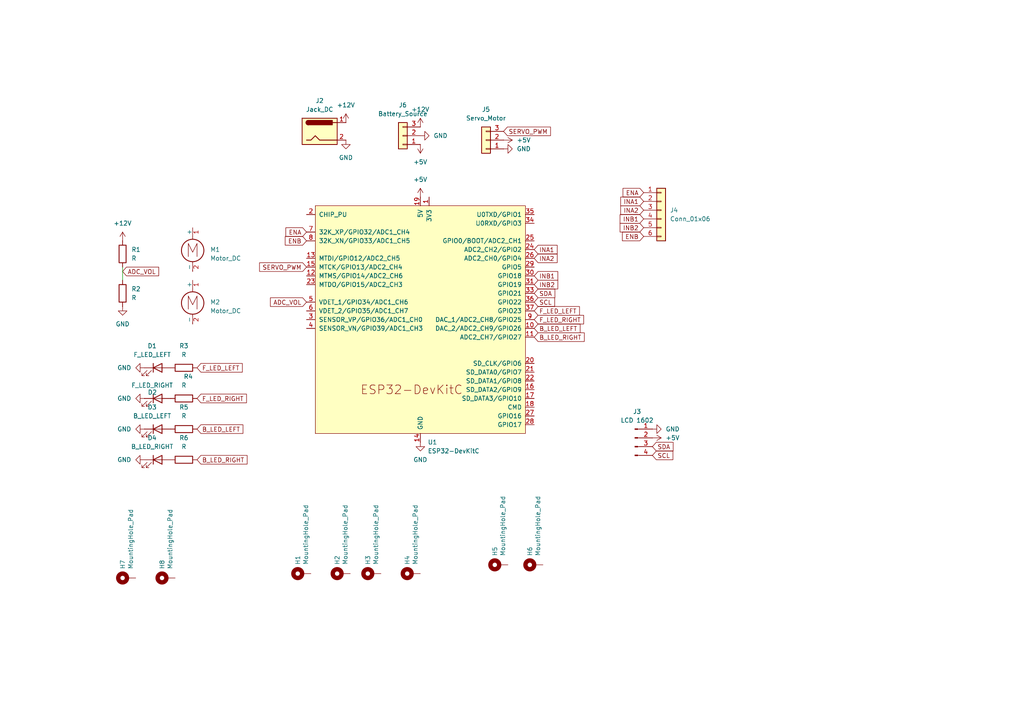
<source format=kicad_sch>
(kicad_sch (version 20250114) (generator "eeschema") (generator_version "9.0")
  (paper "A4")
  (lib_symbols
    (symbol "Connector:Barrel_Jack" (pin_names (offset 1.016))
      (property "Reference" "J" (at 0 5.334 0))
      (property "Value" "Barrel_Jack" (at 0 -5.08 0))
      (symbol "Barrel_Jack_0_1"
        (rectangle (start -5.08 3.81) (end 5.08 -3.81) (stroke (width 0.254)) (fill (type background)))
        (polyline (pts (xy -3.81 -2.54) (xy -2.54 -2.54) (xy -1.27 -1.27) (xy 0 -2.54) (xy 2.54 -2.54) (xy 5.08 -2.54)) (stroke (width 0.254)))
        (arc (start -3.302 1.905) (mid -3.9343 2.54) (end -3.302 3.175) (stroke (width 0.254)))
        (arc (start -3.302 1.905) (mid -3.9343 2.54) (end -3.302 3.175) (stroke (width 0.254)) (fill (type outline)))
        (rectangle (start 3.683 3.175) (end -3.302 1.905) (stroke (width 0.254)) (fill (type outline)))
        (polyline (pts (xy 5.08 2.54) (xy 3.81 2.54)) (stroke (width 0.254)))
      )
      (symbol "Barrel_Jack_1_1"
        (pin passive line (at 7.62 2.54 180) (length 2.54) (name "~") (number "1"))
        (pin passive line (at 7.62 -2.54 180) (length 2.54) (name "~") (number "2"))
      )
    )
    (symbol "Connector:Conn_01x04_Pin" (pin_names (offset 1.016) (hide yes))
      (property "Reference" "J" (at 0 5.08 0))
      (property "Value" "Conn_01x04_Pin" (at 0 -7.62 0))
      (symbol "Conn_01x04_Pin_1_1"
        (rectangle (start 0.8636 2.667) (end 0 2.413) (stroke (width 0.1524)) (fill (type outline)))
        (rectangle (start 0.8636 0.127) (end 0 -0.127) (stroke (width 0.1524)) (fill (type outline)))
        (rectangle (start 0.8636 -2.413) (end 0 -2.667) (stroke (width 0.1524)) (fill (type outline)))
        (rectangle (start 0.8636 -4.953) (end 0 -5.207) (stroke (width 0.1524)) (fill (type outline)))
        (polyline (pts (xy 1.27 2.54) (xy 0.8636 2.54)) (stroke (width 0.1524)))
        (polyline (pts (xy 1.27 0) (xy 0.8636 0)) (stroke (width 0.1524)))
        (polyline (pts (xy 1.27 -2.54) (xy 0.8636 -2.54)) (stroke (width 0.1524)))
        (polyline (pts (xy 1.27 -5.08) (xy 0.8636 -5.08)) (stroke (width 0.1524)))
        (pin passive line (at 5.08 2.54 180) (length 3.81) (name "Pin_1") (number "1"))
        (pin passive line (at 5.08 0 180) (length 3.81) (name "Pin_2") (number "2"))
        (pin passive line (at 5.08 -2.54 180) (length 3.81) (name "Pin_3") (number "3"))
        (pin passive line (at 5.08 -5.08 180) (length 3.81) (name "Pin_4") (number "4"))
      )
    )
    (symbol "Connector_Generic:Conn_01x03" (pin_names (offset 1.016) (hide yes))
      (property "Reference" "J" (at 0 5.08 0))
      (property "Value" "Conn_01x03" (at 0 -5.08 0))
      (symbol "Conn_01x03_1_1"
        (rectangle (start -1.27 3.81) (end 1.27 -3.81) (stroke (width 0.254)) (fill (type background)))
        (rectangle (start -1.27 2.667) (end 0 2.413) (stroke (width 0.1524)))
        (rectangle (start -1.27 0.127) (end 0 -0.127) (stroke (width 0.1524)))
        (rectangle (start -1.27 -2.413) (end 0 -2.667) (stroke (width 0.1524)))
        (pin passive line (at -5.08 2.54 0) (length 3.81) (name "Pin_1") (number "1"))
        (pin passive line (at -5.08 0 0) (length 3.81) (name "Pin_2") (number "2"))
        (pin passive line (at -5.08 -2.54 0) (length 3.81) (name "Pin_3") (number "3"))
      )
    )
    (symbol "Connector_Generic:Conn_01x06" (pin_names (offset 1.016) (hide yes))
      (property "Reference" "J" (at 0 7.62 0))
      (property "Value" "Conn_01x06" (at 0 -10.16 0))
      (symbol "Conn_01x06_1_1"
        (rectangle (start -1.27 6.35) (end 1.27 -8.89) (stroke (width 0.254)) (fill (type background)))
        (rectangle (start -1.27 5.207) (end 0 4.953) (stroke (width 0.1524)))
        (rectangle (start -1.27 2.667) (end 0 2.413) (stroke (width 0.1524)))
        (rectangle (start -1.27 0.127) (end 0 -0.127) (stroke (width 0.1524)))
        (rectangle (start -1.27 -2.413) (end 0 -2.667) (stroke (width 0.1524)))
        (rectangle (start -1.27 -4.953) (end 0 -5.207) (stroke (width 0.1524)))
        (rectangle (start -1.27 -7.493) (end 0 -7.747) (stroke (width 0.1524)))
        (pin passive line (at -5.08 5.08 0) (length 3.81) (name "Pin_1") (number "1"))
        (pin passive line (at -5.08 2.54 0) (length 3.81) (name "Pin_2") (number "2"))
        (pin passive line (at -5.08 0 0) (length 3.81) (name "Pin_3") (number "3"))
        (pin passive line (at -5.08 -2.54 0) (length 3.81) (name "Pin_4") (number "4"))
        (pin passive line (at -5.08 -5.08 0) (length 3.81) (name "Pin_5") (number "5"))
        (pin passive line (at -5.08 -7.62 0) (length 3.81) (name "Pin_6") (number "6"))
      )
    )
    (symbol "Device:LED" (pin_numbers (hide yes)) (pin_names (offset 1.016) (hide yes))
      (property "Reference" "D" (at 0 2.54 0))
      (property "Value" "LED" (at 0 -2.54 0))
      (symbol "LED_0_1"
        (polyline (pts (xy -3.048 -0.762) (xy -4.572 -2.286) (xy -3.81 -2.286) (xy -4.572 -2.286) (xy -4.572 -1.524)))
        (polyline (pts (xy -1.778 -0.762) (xy -3.302 -2.286) (xy -2.54 -2.286) (xy -3.302 -2.286) (xy -3.302 -1.524)))
        (polyline (pts (xy -1.27 0) (xy 1.27 0)))
        (polyline (pts (xy -1.27 -1.27) (xy -1.27 1.27)) (stroke (width 0.254)))
        (polyline (pts (xy 1.27 -1.27) (xy 1.27 1.27) (xy -1.27 0) (xy 1.27 -1.27)) (stroke (width 0.254)))
      )
      (symbol "LED_1_1"
        (pin passive line (at -3.81 0 0) (length 2.54) (name "K") (number "1"))
        (pin passive line (at 3.81 0 180) (length 2.54) (name "A") (number "2"))
      )
    )
    (symbol "Device:R" (pin_numbers (hide yes)) (pin_names (offset 0))
      (property "Reference" "R" (at 2.032 0 90))
      (property "Value" "R" (at 0 0 90))
      (symbol "R_0_1"
        (rectangle (start -1.016 -2.54) (end 1.016 2.54) (stroke (width 0.254)))
      )
      (symbol "R_1_1"
        (pin passive line (at 0 3.81 270) (length 1.27) (name "~") (number "1"))
        (pin passive line (at 0 -3.81 90) (length 1.27) (name "~") (number "2"))
      )
    )
    (symbol "ESP32:ESP32-DevKitC" (pin_names (offset 1.016))
      (property "Reference" "U" (at -30.48 38.1 0))
      (property "Value" "ESP32-DevKitC" (at -30.48 35.56 0))
      (symbol "ESP32-DevKitC_0_0"
        (text "ESP32-DevKitC" (at -2.54 -20.32 0) (effects (font (size 2.54 2.54))))
        (pin power_in line (at 0 35.56 270) (length 2.54) (name "5V") (number "19"))
        (pin power_in line (at 0 -35.56 90) (length 2.54) (name "GND") (number "14"))
      )
      (symbol "ESP32-DevKitC_0_1"
        (rectangle (start -30.48 33.02) (end 30.48 -33.02) (fill (type background)))
      )
      (symbol "ESP32-DevKitC_1_1"
        (pin input line (at -33.02 30.48 0) (length 2.54) (name "CHIP_PU") (number "2"))
        (pin bidirectional line (at -33.02 25.4 0) (length 2.54) (name "32K_XP/GPIO32/ADC1_CH4") (number "7"))
        (pin bidirectional line (at -33.02 22.86 0) (length 2.54) (name "32K_XN/GPIO33/ADC1_CH5") (number "8"))
        (pin bidirectional line (at -33.02 17.78 0) (length 2.54) (name "MTDI/GPIO12/ADC2_CH5") (number "13"))
        (pin bidirectional line (at -33.02 15.24 0) (length 2.54) (name "MTCK/GPIO13/ADC2_CH4") (number "15"))
        (pin bidirectional line (at -33.02 12.7 0) (length 2.54) (name "MTMS/GPIO14/ADC2_CH6") (number "12"))
        (pin bidirectional line (at -33.02 10.16 0) (length 2.54) (name "MTDO/GPIO15/ADC2_CH3") (number "23"))
        (pin input line (at -33.02 5.08 0) (length 2.54) (name "VDET_1/GPIO34/ADC1_CH6") (number "5"))
        (pin input line (at -33.02 2.54 0) (length 2.54) (name "VDET_2/GPIO35/ADC1_CH7") (number "6"))
        (pin input line (at -33.02 0 0) (length 2.54) (name "SENSOR_VP/GPIO36/ADC1_CH0") (number "3"))
        (pin input line (at -33.02 -2.54 0) (length 2.54) (name "SENSOR_VN/GPIO39/ADC1_CH3") (number "4"))
        (pin passive line (at 0 -35.56 90) (length 2.54) (hide yes) (name "GND") (number "32"))
        (pin passive line (at 0 -35.56 90) (length 2.54) (hide yes) (name "GND") (number "38"))
        (pin power_in line (at 2.54 35.56 270) (length 2.54) (name "3V3") (number "1"))
        (pin bidirectional line (at 33.02 30.48 180) (length 2.54) (name "U0TXD/GPIO1") (number "35"))
        (pin bidirectional line (at 33.02 27.94 180) (length 2.54) (name "U0RXD/GPIO3") (number "34"))
        (pin bidirectional line (at 33.02 22.86 180) (length 2.54) (name "GPIO0/BOOT/ADC2_CH1") (number "25"))
        (pin bidirectional line (at 33.02 20.32 180) (length 2.54) (name "ADC2_CH2/GPIO2") (number "24"))
        (pin bidirectional line (at 33.02 17.78 180) (length 2.54) (name "ADC2_CH0/GPIO4") (number "26"))
        (pin bidirectional line (at 33.02 15.24 180) (length 2.54) (name "GPIO5") (number "29"))
        (pin bidirectional line (at 33.02 12.7 180) (length 2.54) (name "GPIO18") (number "30"))
        (pin bidirectional line (at 33.02 10.16 180) (length 2.54) (name "GPIO19") (number "31"))
        (pin bidirectional line (at 33.02 7.62 180) (length 2.54) (name "GPIO21") (number "33"))
        (pin bidirectional line (at 33.02 5.08 180) (length 2.54) (name "GPIO22") (number "36"))
        (pin bidirectional line (at 33.02 2.54 180) (length 2.54) (name "GPIO23") (number "37"))
        (pin bidirectional line (at 33.02 0 180) (length 2.54) (name "DAC_1/ADC2_CH8/GPIO25") (number "9"))
        (pin bidirectional line (at 33.02 -2.54 180) (length 2.54) (name "DAC_2/ADC2_CH9/GPIO26") (number "10"))
        (pin bidirectional line (at 33.02 -5.08 180) (length 2.54) (name "ADC2_CH7/GPIO27") (number "11"))
        (pin bidirectional line (at 33.02 -12.7 180) (length 2.54) (name "SD_CLK/GPIO6") (number "20"))
        (pin bidirectional line (at 33.02 -15.24 180) (length 2.54) (name "SD_DATA0/GPIO7") (number "21"))
        (pin bidirectional line (at 33.02 -17.78 180) (length 2.54) (name "SD_DATA1/GPIO8") (number "22"))
        (pin bidirectional line (at 33.02 -20.32 180) (length 2.54) (name "SD_DATA2/GPIO9") (number "16"))
        (pin bidirectional line (at 33.02 -22.86 180) (length 2.54) (name "SD_DATA3/GPIO10") (number "17"))
        (pin bidirectional line (at 33.02 -25.4 180) (length 2.54) (name "CMD") (number "18"))
        (pin bidirectional line (at 33.02 -27.94 180) (length 2.54) (name "GPIO16") (number "27"))
        (pin bidirectional line (at 33.02 -30.48 180) (length 2.54) (name "GPIO17") (number "28"))
      )
    )
    (symbol "Mechanical:MountingHole_Pad" (pin_numbers (hide yes)) (pin_names (offset 1.016) (hide yes))
      (property "Reference" "H" (at 0 6.35 0))
      (property "Value" "MountingHole_Pad" (at 0 4.445 0))
      (symbol "MountingHole_Pad_0_1"
        (circle (center 0 1.27) (radius 1.27) (stroke (width 1.27)))
      )
      (symbol "MountingHole_Pad_1_1"
        (pin input line (at 0 -2.54 90) (length 2.54) (name "1") (number "1"))
      )
    )
    (symbol "Motor:Motor_DC" (pin_names (offset 0))
      (property "Reference" "M" (at 2.54 2.54 0))
      (property "Value" "Motor_DC" (at 2.54 -5.08 0))
      (symbol "Motor_DC_0_0"
        (polyline (pts (xy -1.27 -3.302) (xy -1.27 0.508) (xy 0 -2.032) (xy 1.27 0.508) (xy 1.27 -3.302)))
      )
      (symbol "Motor_DC_0_1"
        (polyline (pts (xy 0 2.032) (xy 0 2.54)))
        (polyline (pts (xy 0 1.7272) (xy 0 2.0828)))
        (circle (center 0 -1.524) (radius 3.2512) (stroke (width 0.254)))
        (polyline (pts (xy 0 -4.7752) (xy 0 -5.1816)))
        (polyline (pts (xy 0 -7.62) (xy 0 -7.112)))
      )
      (symbol "Motor_DC_1_1"
        (pin passive line (at 0 5.08 270) (length 2.54) (name "+") (number "1"))
        (pin passive line (at 0 -7.62 90) (length 2.54) (name "-") (number "2"))
      )
    )
    (symbol "power:+12V" (power) (pin_numbers (hide yes)) (pin_names (offset 0) (hide yes))
      (property "Value" "+12V" (at 0 3.556 0))
      (symbol "+12V_0_1"
        (polyline (pts (xy -0.762 1.27) (xy 0 2.54)))
        (polyline (pts (xy 0 2.54) (xy 0.762 1.27)))
        (polyline (pts (xy 0 0) (xy 0 2.54)))
      )
      (symbol "+12V_1_1"
        (pin power_in line (at 0 0 90) (length 0) (name "~") (number "1"))
      )
    )
    (symbol "power:+5V" (power) (pin_numbers (hide yes)) (pin_names (offset 0) (hide yes))
      (property "Value" "+5V" (at 0 3.556 0))
      (symbol "+5V_0_1"
        (polyline (pts (xy -0.762 1.27) (xy 0 2.54)))
        (polyline (pts (xy 0 2.54) (xy 0.762 1.27)))
        (polyline (pts (xy 0 0) (xy 0 2.54)))
      )
      (symbol "+5V_1_1"
        (pin power_in line (at 0 0 90) (length 0) (name "~") (number "1"))
      )
    )
    (symbol "power:GND" (power) (pin_numbers (hide yes)) (pin_names (offset 0) (hide yes))
      (property "Value" "GND" (at 0 -3.81 0))
      (symbol "GND_0_1"
        (polyline (pts (xy 0 0) (xy 0 -1.27) (xy 1.27 -1.27) (xy 0 -2.54) (xy -1.27 -1.27) (xy 0 -1.27)))
      )
      (symbol "GND_1_1"
        (pin power_in line (at 0 0 270) (length 0) (name "~") (number "1"))
      )
    )
  )
  (wire (pts (xy 35.56 77.47) (xy 35.56 81.28)))
  (global_label "B_LED_RIGHT" (shape input) (at 57.15 133.35 0) (property "Intersheetrefs" "${INTERSHEET_REFS}" (effects (hide yes))))
  (global_label "INB1" (shape input) (at 154.94 80.01 0) (property "Intersheetrefs" "${INTERSHEET_REFS}" (effects (hide yes))))
  (global_label "ENA" (shape input) (at 88.9 67.31 180) (property "Intersheetrefs" "${INTERSHEET_REFS}" (effects (hide yes))))
  (global_label "SCL" (shape input) (at 189.23 132.08 0) (property "Intersheetrefs" "${INTERSHEET_REFS}" (effects (hide yes))))
  (global_label "ENB" (shape input) (at 88.9 69.85 180) (property "Intersheetrefs" "${INTERSHEET_REFS}" (effects (hide yes))))
  (global_label "INA2" (shape input) (at 186.69 60.96 180) (property "Intersheetrefs" "${INTERSHEET_REFS}" (effects (hide yes))))
  (global_label "SDA" (shape input) (at 154.94 85.09 0) (property "Intersheetrefs" "${INTERSHEET_REFS}" (effects (hide yes))))
  (global_label "SDA" (shape input) (at 189.23 129.54 0) (property "Intersheetrefs" "${INTERSHEET_REFS}" (effects (hide yes))))
  (global_label "ADC_VOL" (shape input) (at 88.9 87.63 180) (property "Intersheetrefs" "${INTERSHEET_REFS}" (effects (hide yes))))
  (global_label "INB2" (shape input) (at 154.94 82.55 0) (property "Intersheetrefs" "${INTERSHEET_REFS}" (effects (hide yes))))
  (global_label "F_LED_LEFT" (shape input) (at 154.94 90.17 0) (property "Intersheetrefs" "${INTERSHEET_REFS}" (effects (hide yes))))
  (global_label "ENA" (shape input) (at 186.69 55.88 180) (property "Intersheetrefs" "${INTERSHEET_REFS}" (effects (hide yes))))
  (global_label "B_LED_RIGHT" (shape input) (at 154.94 97.79 0) (property "Intersheetrefs" "${INTERSHEET_REFS}" (effects (hide yes))))
  (global_label "SERVO_PWM" (shape input) (at 146.05 38.1 0) (property "Intersheetrefs" "${INTERSHEET_REFS}" (effects (hide yes))))
  (global_label "INB2" (shape input) (at 186.69 66.04 180) (property "Intersheetrefs" "${INTERSHEET_REFS}" (effects (hide yes))))
  (global_label "F_LED_LEFT" (shape input) (at 57.15 106.68 0) (property "Intersheetrefs" "${INTERSHEET_REFS}" (effects (hide yes))))
  (global_label "SCL" (shape input) (at 154.94 87.63 0) (property "Intersheetrefs" "${INTERSHEET_REFS}" (effects (hide yes))))
  (global_label "INA1" (shape input) (at 154.94 72.39 0) (property "Intersheetrefs" "${INTERSHEET_REFS}" (effects (hide yes))))
  (global_label "ADC_VOL" (shape input) (at 35.56 78.74 0) (property "Intersheetrefs" "${INTERSHEET_REFS}" (effects (hide yes))))
  (global_label "INB1" (shape input) (at 186.69 63.5 180) (property "Intersheetrefs" "${INTERSHEET_REFS}" (effects (hide yes))))
  (global_label "F_LED_RIGHT" (shape input) (at 57.15 115.57 0) (property "Intersheetrefs" "${INTERSHEET_REFS}" (effects (hide yes))))
  (global_label "INA1" (shape input) (at 186.69 58.42 180) (property "Intersheetrefs" "${INTERSHEET_REFS}" (effects (hide yes))))
  (global_label "SERVO_PWM" (shape input) (at 88.9 77.47 180) (property "Intersheetrefs" "${INTERSHEET_REFS}" (effects (hide yes))))
  (global_label "INA2" (shape input) (at 154.94 74.93 0) (property "Intersheetrefs" "${INTERSHEET_REFS}" (effects (hide yes))))
  (global_label "B_LED_LEFT" (shape input) (at 154.94 95.25 0) (property "Intersheetrefs" "${INTERSHEET_REFS}" (effects (hide yes))))
  (global_label "ENB" (shape input) (at 186.69 68.58 180) (property "Intersheetrefs" "${INTERSHEET_REFS}" (effects (hide yes))))
  (global_label "B_LED_LEFT" (shape input) (at 57.15 124.46 0) (property "Intersheetrefs" "${INTERSHEET_REFS}" (effects (hide yes))))
  (global_label "F_LED_RIGHT" (shape input) (at 154.94 92.71 0) (property "Intersheetrefs" "${INTERSHEET_REFS}" (effects (hide yes))))
  (symbol (lib_id "Mechanical:MountingHole_Pad") (at 87.63 166.37 90) (unit 1) (in_bom no)
    (property "Reference" "H1" (at 86.3854 163.83 0) (effects (justify left)))
    (property "Value" "MountingHole_Pad" (at 88.6968 163.83 0) (effects (justify left)))
    (property "Footprint" "MountingHole:MountingHole_3mm_Pad" (effects (hide yes)))
  )
  (symbol (lib_id "Mechanical:MountingHole_Pad") (at 99.06 166.37 90) (unit 1) (in_bom no)
    (property "Reference" "H2" (at 97.8154 163.83 0) (effects (justify left)))
    (property "Value" "MountingHole_Pad" (at 100.1268 163.83 0) (effects (justify left)))
    (property "Footprint" "MountingHole:MountingHole_3mm_Pad" (effects (hide yes)))
  )
  (symbol (lib_id "Mechanical:MountingHole_Pad") (at 107.95 166.37 90) (unit 1) (in_bom no)
    (property "Reference" "H3" (at 106.7054 163.83 0) (effects (justify left)))
    (property "Value" "MountingHole_Pad" (at 109.0168 163.83 0) (effects (justify left)))
    (property "Footprint" "MountingHole:MountingHole_3mm_Pad" (effects (hide yes)))
  )
  (symbol (lib_id "Mechanical:MountingHole_Pad") (at 119.38 166.37 90) (unit 1) (in_bom no)
    (property "Reference" "H4" (at 118.1354 163.83 0) (effects (justify left)))
    (property "Value" "MountingHole_Pad" (at 120.4468 163.83 0) (effects (justify left)))
    (property "Footprint" "MountingHole:MountingHole_3mm_Pad" (effects (hide yes)))
  )
  (symbol (lib_id "Connector_Generic:Conn_01x03") (at 140.97 40.64 180) (unit 1)
    (property "Reference" "J5" (at 140.97 31.75 0))
    (property "Value" "Servo_Motor" (at 140.97 34.29 0))
    (property "Footprint" "Connector_JST:JST_XH_B3B-XH-A_1x03_P2.50mm_Vertical" (effects (hide yes)))
    (property "Description" "Generic connector, single row, 01x03, script generated (kicad-library-utils/schlib/autogen/connector/)" (effects (hide yes)))
  )
  (symbol (lib_id "power:GND") (at 146.05 43.18 90) (unit 1)
    (property "Reference" "#PWR018" (effects (hide yes)))
    (property "Value" "GND" (at 149.86 43.1799 90) (effects (justify right)))
    (property "Description" "Power symbol creates a global label with name \"GND\" , ground" (effects (hide yes)))
  )
  (symbol (lib_id "power:GND") (at 35.56 88.9 0) (unit 1)
    (property "Reference" "#PWR09" (effects (hide yes)))
    (property "Value" "GND" (at 35.56 93.98 0))
    (property "Description" "Power symbol creates a global label with name \"GND\" , ground" (effects (hide yes)))
  )
  (symbol (lib_id "Device:LED") (at 45.72 124.46 0) (unit 1)
    (property "Reference" "D3" (at 44.1325 118.11 0))
    (property "Value" "B_LED_LEFT" (at 44.1325 120.65 0))
    (property "Footprint" "LED_THT:LED_D3.0mm_Horizontal_O1.27mm_Z2.0mm" (effects (hide yes)))
    (property "Description" "Light emitting diode" (effects (hide yes)))
    (property "Sim.Pins" "1=K 2=A" (effects (hide yes)))
  )
  (symbol (lib_id "power:GND") (at 41.91 133.35 270) (unit 1)
    (property "Reference" "#PWR015" (effects (hide yes)))
    (property "Value" "GND" (at 38.1 133.3499 90) (effects (justify right)))
    (property "Description" "Power symbol creates a global label with name \"GND\" , ground" (effects (hide yes)))
  )
  (symbol (lib_id "Device:LED") (at 45.72 115.57 0) (unit 1)
    (property "Reference" "D2" (at 44.196 113.792 0))
    (property "Value" "F_LED_RIGHT" (at 44.1325 111.76 0))
    (property "Footprint" "LED_THT:LED_D3.0mm_Horizontal_O1.27mm_Z2.0mm" (effects (hide yes)))
    (property "Description" "Light emitting diode" (effects (hide yes)))
    (property "Sim.Pins" "1=K 2=A" (effects (hide yes)))
  )
  (symbol (lib_id "Device:LED") (at 45.72 106.68 0) (unit 1)
    (property "Reference" "D1" (at 44.1325 100.33 0))
    (property "Value" "F_LED_LEFT" (at 44.1325 102.87 0))
    (property "Footprint" "LED_THT:LED_D3.0mm_Horizontal_O1.27mm_Z2.0mm" (effects (hide yes)))
    (property "Description" "Light emitting diode" (effects (hide yes)))
    (property "Sim.Pins" "1=K 2=A" (effects (hide yes)))
  )
  (symbol (lib_id "power:+5V") (at 121.92 41.91 180) (unit 1)
    (property "Reference" "#PWR05" (effects (hide yes)))
    (property "Value" "+5V" (at 121.92 46.99 0))
    (property "Description" "Power symbol creates a global label with name \"+5V\"" (effects (hide yes)))
  )
  (symbol (lib_id "power:+5V") (at 146.05 40.64 270) (unit 1)
    (property "Reference" "#PWR019" (effects (hide yes)))
    (property "Value" "+5V" (at 149.86 40.6399 90) (effects (justify left)))
    (property "Description" "Power symbol creates a global label with name \"+5V\"" (effects (hide yes)))
  )
  (symbol (lib_id "power:GND") (at 41.91 115.57 270) (unit 1)
    (property "Reference" "#PWR013" (effects (hide yes)))
    (property "Value" "GND" (at 38.1 115.5699 90) (effects (justify right)))
    (property "Description" "Power symbol creates a global label with name \"GND\" , ground" (effects (hide yes)))
  )
  (symbol (lib_id "Mechanical:MountingHole_Pad") (at 48.26 167.64 90) (unit 1) (in_bom no)
    (property "Reference" "H8" (at 47.0154 165.1 0) (effects (justify left)))
    (property "Value" "MountingHole_Pad" (at 49.3268 165.1 0) (effects (justify left)))
    (property "Footprint" "MountingHole:MountingHole_4.3mm_M4_ISO7380_Pad" (effects (hide yes)))
  )
  (symbol (lib_id "Device:R") (at 35.56 85.09 0) (unit 1)
    (property "Reference" "R2" (at 38.1 83.8199 0) (effects (justify left)))
    (property "Value" "R" (at 38.1 86.3599 0) (effects (justify left)))
    (property "Footprint" "Resistor_SMD:R_0805_2012Metric" (effects (hide yes)))
    (property "Description" "Resistor" (effects (hide yes)))
  )
  (symbol (lib_id "power:+5V") (at 189.23 127 270) (unit 1)
    (property "Reference" "#PWR010" (effects (hide yes)))
    (property "Value" "+5V" (at 193.04 126.9999 90) (effects (justify left)))
    (property "Description" "Power symbol creates a global label with name \"+5V\"" (effects (hide yes)))
  )
  (symbol (lib_id "Connector_Generic:Conn_01x06") (at 191.77 60.96 0) (unit 1)
    (property "Reference" "J4" (at 194.31 60.9599 0) (effects (justify left)))
    (property "Value" "Conn_01x06" (at 194.31 63.4999 0) (effects (justify left)))
    (property "Footprint" "Connector_JST:JST_XH_B6B-XH-A_1x06_P2.50mm_Vertical" (effects (hide yes)))
    (property "Description" "Generic connector, single row, 01x06, script generated (kicad-library-utils/schlib/autogen/connector/)" (effects (hide yes)))
  )
  (symbol (lib_id "power:+5V") (at 121.92 57.15 0) (unit 1)
    (property "Reference" "#PWR06" (effects (hide yes)))
    (property "Value" "+5V" (at 121.92 52.07 0))
    (property "Description" "Power symbol creates a global label with name \"+5V\"" (effects (hide yes)))
  )
  (symbol (lib_id "Device:R") (at 53.34 124.46 90) (unit 1)
    (property "Reference" "R5" (at 53.34 118.11 90))
    (property "Value" "R" (at 53.34 120.65 90))
    (property "Footprint" "Resistor_SMD:R_0805_2012Metric" (effects (hide yes)))
    (property "Description" "Resistor" (effects (hide yes)))
  )
  (symbol (lib_id "power:GND") (at 121.92 39.37 90) (unit 1)
    (property "Reference" "#PWR04" (effects (hide yes)))
    (property "Value" "GND" (at 125.73 39.3699 90) (effects (justify right)))
    (property "Description" "Power symbol creates a global label with name \"GND\" , ground" (effects (hide yes)))
  )
  (symbol (lib_id "Device:R") (at 35.56 73.66 0) (unit 1)
    (property "Reference" "R1" (at 38.1 72.3899 0) (effects (justify left)))
    (property "Value" "R" (at 38.1 74.9299 0) (effects (justify left)))
    (property "Footprint" "Resistor_SMD:R_0805_2012Metric" (effects (hide yes)))
    (property "Description" "Resistor" (effects (hide yes)))
  )
  (symbol (lib_id "power:GND") (at 121.92 128.27 0) (unit 1)
    (property "Reference" "#PWR07" (effects (hide yes)))
    (property "Value" "GND" (at 121.92 133.35 0))
    (property "Description" "Power symbol creates a global label with name \"GND\" , ground" (effects (hide yes)))
  )
  (symbol (lib_id "power:GND") (at 189.23 124.46 90) (unit 1)
    (property "Reference" "#PWR011" (effects (hide yes)))
    (property "Value" "GND" (at 193.04 124.4599 90) (effects (justify right)))
    (property "Description" "Power symbol creates a global label with name \"GND\" , ground" (effects (hide yes)))
  )
  (symbol (lib_id "power:+12V") (at 100.33 35.56 0) (unit 1)
    (property "Reference" "#PWR02" (effects (hide yes)))
    (property "Value" "+12V" (at 100.33 30.48 0))
    (property "Description" "Power symbol creates a global label with name \"+12V\"" (effects (hide yes)))
  )
  (symbol (lib_id "power:GND") (at 41.91 106.68 270) (unit 1)
    (property "Reference" "#PWR012" (effects (hide yes)))
    (property "Value" "GND" (at 38.1 106.6799 90) (effects (justify right)))
    (property "Description" "Power symbol creates a global label with name \"GND\" , ground" (effects (hide yes)))
  )
  (symbol (lib_id "power:+12V") (at 35.56 69.85 0) (unit 1)
    (property "Reference" "#PWR08" (effects (hide yes)))
    (property "Value" "+12V" (at 35.56 64.77 0))
    (property "Description" "Power symbol creates a global label with name \"+12V\"" (effects (hide yes)))
  )
  (symbol (lib_id "Device:LED") (at 45.72 133.35 0) (unit 1)
    (property "Reference" "D4" (at 44.1325 127 0))
    (property "Value" "B_LED_RIGHT" (at 44.1325 129.54 0))
    (property "Footprint" "LED_THT:LED_D3.0mm_Horizontal_O1.27mm_Z2.0mm" (effects (hide yes)))
    (property "Description" "Light emitting diode" (effects (hide yes)))
    (property "Sim.Pins" "1=K 2=A" (effects (hide yes)))
  )
  (symbol (lib_id "Mechanical:MountingHole_Pad") (at 36.83 167.64 90) (unit 1) (in_bom no)
    (property "Reference" "H7" (at 35.5854 165.1 0) (effects (justify left)))
    (property "Value" "MountingHole_Pad" (at 37.8968 165.1 0) (effects (justify left)))
    (property "Footprint" "MountingHole:MountingHole_4.3mm_M4_ISO7380_Pad" (effects (hide yes)))
  )
  (symbol (lib_id "Device:R") (at 53.34 115.57 90) (unit 1)
    (property "Reference" "R4" (at 54.61 109.22 90))
    (property "Value" "R" (at 53.34 111.76 90))
    (property "Footprint" "Resistor_SMD:R_0805_2012Metric" (effects (hide yes)))
    (property "Description" "Resistor" (effects (hide yes)))
  )
  (symbol (lib_id "power:+12V") (at 121.92 36.83 0) (unit 1)
    (property "Reference" "#PWR03" (effects (hide yes)))
    (property "Value" "+12V" (at 121.92 31.75 0))
    (property "Description" "Power symbol creates a global label with name \"+12V\"" (effects (hide yes)))
  )
  (symbol (lib_id "Connector:Barrel_Jack") (at 92.71 38.1 0) (unit 1)
    (property "Reference" "J2" (at 92.71 29.21 0))
    (property "Value" "Jack_DC" (at 92.71 31.75 0))
    (property "Footprint" "Connector_BarrelJack:BarrelJack_GCT_DCJ200-10-A_Horizontal" (effects (hide yes)))
    (property "Description" "DC Barrel Jack" (effects (hide yes)))
  )
  (symbol (lib_id "Motor:Motor_DC") (at 55.88 86.36 0) (unit 1)
    (property "Reference" "M2" (at 60.96 87.6299 0) (effects (justify left)))
    (property "Value" "Motor_DC" (at 60.96 90.1699 0) (effects (justify left)))
    (property "Description" "DC Motor" (effects (hide yes)))
  )
  (symbol (lib_id "Device:R") (at 53.34 133.35 90) (unit 1)
    (property "Reference" "R6" (at 53.34 127 90))
    (property "Value" "R" (at 53.34 129.54 90))
    (property "Footprint" "Resistor_SMD:R_0805_2012Metric" (effects (hide yes)))
    (property "Description" "Resistor" (effects (hide yes)))
  )
  (symbol (lib_id "Device:R") (at 53.34 106.68 90) (unit 1)
    (property "Reference" "R3" (at 53.34 100.33 90))
    (property "Value" "R" (at 53.34 102.87 90))
    (property "Footprint" "Resistor_SMD:R_0805_2012Metric" (effects (hide yes)))
    (property "Description" "Resistor" (effects (hide yes)))
  )
  (symbol (lib_id "power:GND") (at 100.33 40.64 0) (unit 1)
    (property "Reference" "#PWR01" (effects (hide yes)))
    (property "Value" "GND" (at 100.33 45.72 0))
    (property "Description" "Power symbol creates a global label with name \"GND\" , ground" (effects (hide yes)))
  )
  (symbol (lib_id "Motor:Motor_DC") (at 55.88 71.12 0) (unit 1)
    (property "Reference" "M1" (at 60.96 72.3899 0) (effects (justify left)))
    (property "Value" "Motor_DC" (at 60.96 74.9299 0) (effects (justify left)))
    (property "Description" "DC Motor" (effects (hide yes)))
  )
  (symbol (lib_id "ESP32:ESP32-DevKitC") (at 121.92 92.71 0) (unit 1)
    (property "Reference" "U1" (at 124.0633 128.27 0) (effects (justify left)))
    (property "Value" "ESP32-DevKitC" (at 124.0633 130.81 0) (effects (justify left)))
    (property "Footprint" "ESP32_DAT:MODULE_ESP32-DEVKITC-32D" (effects (hide yes)))
    (property "Datasheet" "https://docs.espressif.com/projects/esp-idf/zh_CN/latest/esp32/hw-reference/esp32/get-started-devkitc.html" (effects (hide yes)))
    (property "Description" "Development Kit" (effects (hide yes)))
  )
  (symbol (lib_id "power:GND") (at 41.91 124.46 270) (unit 1)
    (property "Reference" "#PWR014" (effects (hide yes)))
    (property "Value" "GND" (at 38.1 124.4599 90) (effects (justify right)))
    (property "Description" "Power symbol creates a global label with name \"GND\" , ground" (effects (hide yes)))
  )
  (symbol (lib_id "Connector:Conn_01x04_Pin") (at 184.15 127 0) (unit 1)
    (property "Reference" "J3" (at 184.785 119.38 0))
    (property "Value" "LCD 1602" (at 184.785 121.92 0))
    (property "Footprint" "Connector_PinHeader_2.54mm:PinHeader_1x04_P2.54mm_Vertical" (effects (hide yes)))
    (property "Description" "Generic connector, single row, 01x04, script generated" (effects (hide yes)))
  )
  (symbol (lib_id "Connector_Generic:Conn_01x03") (at 116.84 39.37 180) (unit 1)
    (property "Reference" "J6" (at 116.84 30.48 0))
    (property "Value" "Battery_Source" (at 116.84 33.02 0))
    (property "Footprint" "Connector_JST:JST_XH_B3B-XH-A_1x03_P2.50mm_Vertical" (effects (hide yes)))
    (property "Description" "Generic connector, single row, 01x03, script generated (kicad-library-utils/schlib/autogen/connector/)" (effects (hide yes)))
  )
  (symbol (lib_id "Mechanical:MountingHole_Pad") (at 144.78 163.83 90) (unit 1) (in_bom no)
    (property "Reference" "H5" (at 143.5354 161.29 0) (effects (justify left)))
    (property "Value" "MountingHole_Pad" (at 145.8468 161.29 0) (effects (justify left)))
    (property "Footprint" "MountingHole:MountingHole_3mm_Pad" (effects (hide yes)))
  )
  (symbol (lib_id "Mechanical:MountingHole_Pad") (at 154.94 163.83 90) (unit 1) (in_bom no)
    (property "Reference" "H6" (at 153.6954 161.29 0) (effects (justify left)))
    (property "Value" "MountingHole_Pad" (at 156.0068 161.29 0) (effects (justify left)))
    (property "Footprint" "MountingHole:MountingHole_3mm_Pad" (effects (hide yes)))
  )
)
</source>
